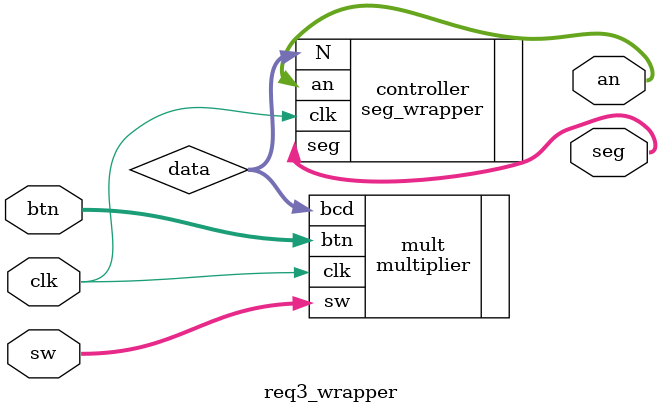
<source format=v>
`timescale 1ns / 1ps

module req3_wrapper(
    
    input [7:0]sw,
    input [1:0]btn,
    input clk,
    output [3:0]an,
    output [7:0]seg
    
    );
    
    wire [15:0]data;
    
    multiplier mult(
        .sw(sw),
        .btn(btn),
        .clk(clk),
        .bcd(data)
    );
    
    seg_wrapper controller(
        .N(data),
        .clk(clk),
        .an(an),
        .seg(seg)
    );
    
endmodule

</source>
